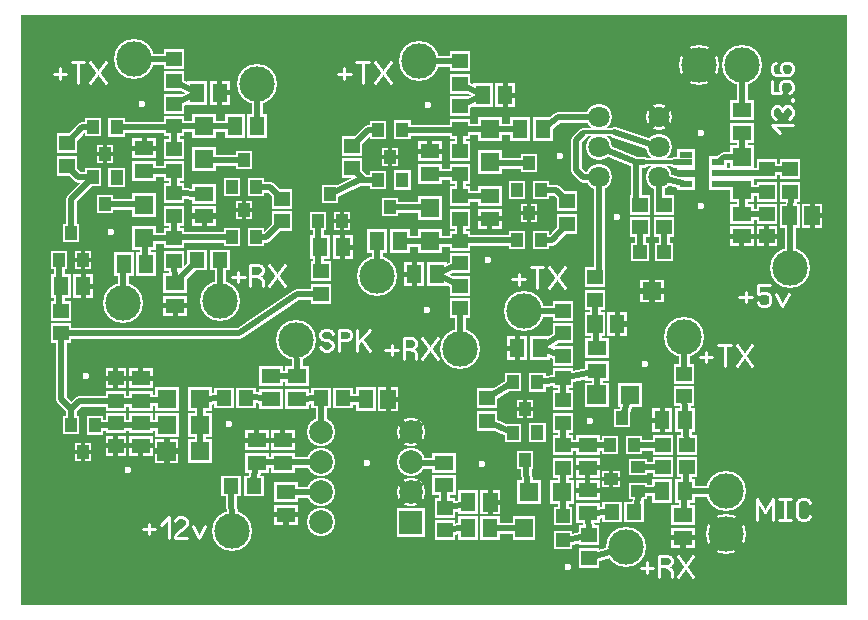
<source format=gbr>
%FSLAX34Y34*%
%MOMM*%
%LNCOPPER_TOP*%
G71*
G01*
%ADD10R, 1.800X1.700*%
%ADD11R, 1.700X1.800*%
%ADD12C, 0.900*%
%ADD13R, 2.000X1.700*%
%ADD14R, 1.700X2.000*%
%ADD15R, 2.000X2.000*%
%ADD16R, 1.420X1.620*%
%ADD17C, 3.400*%
%ADD18C, 2.200*%
%ADD19R, 1.500X1.000*%
%ADD20C, 0.700*%
%ADD21R, 1.620X1.420*%
%ADD22R, 1.900X2.000*%
%ADD23R, 1.600X1.600*%
%ADD24C, 0.600*%
%ADD25C, 2.400*%
%ADD26R, 2.000X1.900*%
%ADD27C, 0.222*%
%ADD28C, 0.433*%
%ADD29C, 0.340*%
%ADD30C, 0.600*%
%ADD31C, 1.000*%
%ADD32C, 0.667*%
%ADD33C, 0.533*%
%ADD34C, 0.500*%
%ADD35R, 1.400X1.300*%
%ADD36R, 1.300X1.400*%
%ADD37R, 1.600X1.300*%
%ADD38R, 1.300X1.600*%
%ADD39R, 1.020X1.220*%
%ADD40C, 3.000*%
%ADD41C, 1.800*%
%ADD42R, 1.100X0.600*%
%ADD43C, 0.300*%
%ADD44R, 1.220X1.020*%
%ADD45R, 1.500X1.600*%
%ADD46R, 1.200X1.200*%
%ADD47C, 2.000*%
%ADD48R, 1.600X1.500*%
%LPD*%
G36*
X0Y0D02*
X700000Y0D01*
X700000Y-500000D01*
X0Y-500000D01*
X0Y0D01*
G37*
%LPC*%
X130082Y-37366D02*
G54D10*
D03*
X130082Y-56366D02*
G54D10*
D03*
X130082Y-75366D02*
G54D10*
D03*
X130082Y-94366D02*
G54D10*
D03*
X130082Y-113366D02*
G54D10*
D03*
X130082Y-132366D02*
G54D10*
D03*
X168582Y-207866D02*
G54D11*
D03*
X149582Y-207866D02*
G54D11*
D03*
X130082Y-208366D02*
G54D10*
D03*
X130082Y-189366D02*
G54D10*
D03*
X130082Y-170366D02*
G54D10*
D03*
X130082Y-151366D02*
G54D10*
D03*
G54D12*
X130082Y-56366D02*
X149554Y-65916D01*
X130082Y-75366D01*
G54D12*
X130082Y-94366D02*
X130082Y-113366D01*
G54D12*
X104716Y-132267D02*
X130082Y-132366D01*
X130082Y-151366D01*
X155448Y-151466D01*
G54D12*
X130082Y-170366D02*
X130082Y-189366D01*
G54D12*
X130082Y-208366D02*
X131082Y-227366D01*
X149582Y-207866D01*
X155448Y-151466D02*
G54D13*
D03*
X155449Y-170466D02*
G54D13*
D03*
X104716Y-132267D02*
G54D13*
D03*
X104716Y-113267D02*
G54D13*
D03*
X149554Y-65916D02*
G54D14*
D03*
X168554Y-65915D02*
G54D14*
D03*
X155507Y-94491D02*
G54D15*
D03*
X155507Y-122491D02*
G54D15*
D03*
G54D12*
X130082Y-94366D02*
X181179Y-94366D01*
X189070Y-123041D02*
G54D16*
D03*
X199270Y-145941D02*
G54D16*
D03*
X178870Y-145941D02*
G54D16*
D03*
X221235Y-155826D02*
G54D10*
D03*
X221235Y-174826D02*
G54D10*
D03*
X189070Y-165641D02*
G54D16*
D03*
X199270Y-188541D02*
G54D16*
D03*
X178870Y-188541D02*
G54D16*
D03*
G54D12*
X189070Y-123041D02*
X156057Y-123041D01*
X155507Y-122491D01*
G54D12*
X199270Y-145941D02*
X211351Y-145941D01*
X221235Y-155826D01*
G54D12*
X199270Y-188541D02*
X207916Y-188541D01*
X221235Y-174826D01*
G54D12*
X178870Y-188541D02*
X130907Y-188541D01*
X130082Y-189366D01*
X131082Y-227366D02*
G54D13*
D03*
X131083Y-246366D02*
G54D13*
D03*
X104658Y-189241D02*
G54D15*
D03*
X104658Y-161241D02*
G54D15*
D03*
G54D12*
X130082Y-189366D02*
X104658Y-189241D01*
X106158Y-211241D01*
X71095Y-160691D02*
G54D16*
D03*
X60895Y-137791D02*
G54D16*
D03*
G36*
X74195Y-129691D02*
X88395Y-129691D01*
X88395Y-145891D01*
X74195Y-145891D01*
X74195Y-129691D01*
G37*
X38929Y-127906D02*
G54D10*
D03*
X38929Y-108906D02*
G54D10*
D03*
X71095Y-118091D02*
G54D16*
D03*
X60895Y-95191D02*
G54D16*
D03*
G36*
X74195Y-87091D02*
X88395Y-87091D01*
X88395Y-103291D01*
X74195Y-103291D01*
X74195Y-87091D01*
G37*
G54D12*
X71095Y-160691D02*
X104108Y-160691D01*
X104658Y-161241D01*
G54D12*
X60895Y-137791D02*
X48814Y-137791D01*
X38930Y-127906D01*
G54D12*
X60895Y-95191D02*
X52248Y-95191D01*
X38930Y-108906D01*
G54D12*
X81295Y-95191D02*
X129258Y-95191D01*
X130082Y-94366D01*
X181179Y-94366D02*
G54D14*
D03*
X200179Y-94366D02*
G54D14*
D03*
X87158Y-211241D02*
G54D14*
D03*
X106158Y-211241D02*
G54D14*
D03*
X86847Y-243716D02*
G54D17*
D03*
G54D12*
X86848Y-243716D02*
X86386Y-212012D01*
X87158Y-211241D01*
X371740Y-39575D02*
G54D10*
D03*
X371740Y-58575D02*
G54D10*
D03*
X371740Y-77575D02*
G54D10*
D03*
X371740Y-96575D02*
G54D10*
D03*
X371740Y-115575D02*
G54D10*
D03*
X371740Y-134575D02*
G54D10*
D03*
X371740Y-248575D02*
G54D10*
D03*
X371740Y-229575D02*
G54D10*
D03*
X371740Y-210575D02*
G54D10*
D03*
X371740Y-191575D02*
G54D10*
D03*
X371740Y-172575D02*
G54D10*
D03*
X371740Y-153575D02*
G54D10*
D03*
G54D12*
X371740Y-58575D02*
X391212Y-68125D01*
X371740Y-77575D01*
G54D12*
X371740Y-96575D02*
X371740Y-115575D01*
G54D12*
X346374Y-134476D02*
X371740Y-134575D01*
X371740Y-153575D01*
X397106Y-153676D01*
G54D12*
X371740Y-172575D02*
X371740Y-191575D01*
G54D12*
X371740Y-210575D02*
X352240Y-219963D01*
X371740Y-229575D01*
X397106Y-153676D02*
G54D13*
D03*
X397106Y-172676D02*
G54D13*
D03*
X346374Y-134476D02*
G54D13*
D03*
X346374Y-115476D02*
G54D13*
D03*
X391212Y-68125D02*
G54D14*
D03*
X410212Y-68124D02*
G54D14*
D03*
X397165Y-96700D02*
G54D15*
D03*
X397165Y-124701D02*
G54D15*
D03*
G54D12*
X371740Y-96575D02*
X422837Y-96575D01*
X430727Y-125251D02*
G54D16*
D03*
X440927Y-148151D02*
G54D16*
D03*
X420527Y-148151D02*
G54D16*
D03*
X430728Y-167850D02*
G54D16*
D03*
X440927Y-190751D02*
G54D16*
D03*
X420527Y-190751D02*
G54D16*
D03*
G54D12*
X430728Y-125251D02*
X397715Y-125251D01*
X397165Y-124701D01*
G54D12*
X440928Y-148151D02*
X453009Y-148151D01*
X462893Y-158035D01*
G54D12*
X440928Y-190751D02*
X449574Y-190751D01*
X462893Y-177035D01*
G54D12*
X420527Y-190751D02*
X372565Y-190751D01*
X371740Y-191575D01*
X352240Y-219963D02*
G54D14*
D03*
X333240Y-219963D02*
G54D14*
D03*
X346315Y-191450D02*
G54D15*
D03*
X346315Y-163450D02*
G54D15*
D03*
G54D12*
X371740Y-191575D02*
X321040Y-191575D01*
X312753Y-162900D02*
G54D16*
D03*
X302553Y-140000D02*
G54D16*
D03*
G36*
X315853Y-131900D02*
X330053Y-131900D01*
X330053Y-148100D01*
X315853Y-148100D01*
X315853Y-131900D01*
G37*
X280587Y-130116D02*
G54D10*
D03*
X280587Y-111116D02*
G54D10*
D03*
X312753Y-120300D02*
G54D16*
D03*
X302553Y-97400D02*
G54D16*
D03*
G36*
X315853Y-89300D02*
X330053Y-89300D01*
X330053Y-105500D01*
X315853Y-105500D01*
X315853Y-89300D01*
G37*
G54D12*
X312753Y-162900D02*
X345765Y-162900D01*
X346315Y-163450D01*
G54D12*
X302553Y-140000D02*
X290472Y-140000D01*
X280587Y-130116D01*
G54D12*
X302553Y-97400D02*
X293906Y-97400D01*
X280587Y-111116D01*
G54D12*
X322953Y-97400D02*
X370915Y-97400D01*
X371740Y-96575D01*
X422837Y-96575D02*
G54D14*
D03*
X441837Y-96575D02*
G54D14*
D03*
X302040Y-191575D02*
G54D14*
D03*
X321040Y-191575D02*
G54D14*
D03*
X462893Y-158035D02*
G54D10*
D03*
X462893Y-177035D02*
G54D10*
D03*
X489731Y-111796D02*
G54D18*
D03*
X489731Y-86396D02*
G54D18*
D03*
X540531Y-86396D02*
G54D18*
D03*
X540531Y-111796D02*
G54D18*
D03*
X489731Y-137196D02*
G54D18*
D03*
X563679Y-125155D02*
G54D19*
D03*
X590679Y-125155D02*
G54D19*
D03*
X563678Y-134154D02*
G54D19*
D03*
X590679Y-134155D02*
G54D19*
D03*
X563679Y-143155D02*
G54D19*
D03*
X590679Y-143155D02*
G54D19*
D03*
X563679Y-119202D02*
G54D19*
D03*
G54D12*
X563679Y-143155D02*
X540531Y-137196D01*
G54D20*
X553360Y-124502D02*
X527428Y-124502D01*
G54D12*
X520700Y-124619D02*
X489731Y-111796D01*
G54D12*
X553244Y-124619D02*
X559991Y-124619D01*
G54D20*
X502560Y-99102D02*
X476628Y-99102D01*
X631619Y-130783D02*
G54D10*
D03*
X631620Y-149783D02*
G54D10*
D03*
X610619Y-168783D02*
G54D13*
D03*
X610620Y-187783D02*
G54D13*
D03*
X651620Y-130783D02*
G54D10*
D03*
X651620Y-149783D02*
G54D10*
D03*
X631619Y-168783D02*
G54D10*
D03*
X631620Y-187783D02*
G54D10*
D03*
X610619Y-120283D02*
G54D15*
D03*
X610620Y-148283D02*
G54D15*
D03*
G36*
X642619Y-160283D02*
X659619Y-160283D01*
X659620Y-180283D01*
X642620Y-180283D01*
X642619Y-160283D01*
G37*
G36*
X661619Y-160283D02*
X678619Y-160283D01*
X678619Y-180283D01*
X661619Y-180283D01*
X661619Y-160283D01*
G37*
X610619Y-80783D02*
G54D13*
D03*
X610619Y-99783D02*
G54D13*
D03*
G54D12*
X590679Y-134155D02*
X625872Y-134144D01*
X631619Y-130783D01*
X651619Y-130783D01*
G54D12*
X590679Y-143155D02*
X605491Y-143155D01*
X610619Y-148283D01*
X630120Y-148283D01*
X631619Y-149783D01*
G54D12*
X610619Y-148283D02*
X610619Y-168783D01*
X631620Y-168783D01*
G54D12*
X651811Y-149697D02*
X651205Y-170440D01*
X651272Y-214312D01*
G54D12*
X610619Y-120283D02*
X610619Y-99783D01*
G54D12*
X610619Y-120283D02*
X595550Y-120283D01*
X590679Y-125155D01*
X651272Y-214312D02*
G54D17*
D03*
G54D12*
X610619Y-80783D02*
X610533Y-42264D01*
X610533Y-42264D02*
G54D17*
D03*
X574526Y-42411D02*
G54D17*
D03*
X301557Y-221490D02*
G54D17*
D03*
X200354Y-58772D02*
G54D17*
D03*
G36*
X477692Y-251934D02*
X494692Y-251934D01*
X494692Y-271934D01*
X477692Y-271934D01*
X477692Y-251934D01*
G37*
X505192Y-261934D02*
G54D14*
D03*
X459092Y-250634D02*
G54D10*
D03*
X459092Y-269634D02*
G54D10*
D03*
X459092Y-288634D02*
G54D10*
D03*
X459092Y-307634D02*
G54D10*
D03*
X459092Y-326634D02*
G54D10*
D03*
X459092Y-345634D02*
G54D10*
D03*
X481092Y-459634D02*
G54D10*
D03*
X481092Y-440634D02*
G54D10*
D03*
X459092Y-383634D02*
G54D10*
D03*
X459092Y-364634D02*
G54D10*
D03*
G54D12*
X459092Y-269634D02*
X439592Y-282422D01*
X459092Y-288634D01*
G54D12*
X459092Y-307634D02*
X459092Y-326634D01*
G54D12*
X459092Y-345634D02*
X459092Y-364634D01*
X480092Y-364634D01*
G54D12*
X500592Y-421134D02*
X480092Y-421634D01*
X481092Y-440634D01*
X459184Y-445294D01*
X480092Y-364634D02*
G54D13*
D03*
X480092Y-383634D02*
G54D13*
D03*
X439592Y-282422D02*
G54D14*
D03*
X420592Y-282422D02*
G54D14*
D03*
G36*
X477692Y-311934D02*
X497692Y-311934D01*
X497692Y-331934D01*
X477692Y-331934D01*
X477692Y-311934D01*
G37*
X515692Y-321934D02*
G54D15*
D03*
G54D12*
X459092Y-307634D02*
X487692Y-301434D01*
X487692Y-321934D01*
X508892Y-341534D02*
G54D16*
D03*
X519092Y-364434D02*
G54D16*
D03*
X498692Y-364434D02*
G54D16*
D03*
X543792Y-363974D02*
G54D10*
D03*
X543792Y-382974D02*
G54D10*
D03*
X499692Y-393334D02*
G54D21*
D03*
X522592Y-383134D02*
G54D21*
D03*
X522592Y-403534D02*
G54D21*
D03*
G54D12*
X508892Y-341534D02*
X516242Y-321384D01*
X515692Y-321934D01*
G54D12*
X519092Y-364434D02*
X543792Y-363974D01*
G54D12*
X522592Y-383134D02*
X543792Y-382974D01*
X480092Y-421634D02*
G54D13*
D03*
X480092Y-402634D02*
G54D13*
D03*
X458092Y-404134D02*
G54D15*
D03*
X430092Y-404134D02*
G54D15*
D03*
G54D12*
X459184Y-424259D02*
X459092Y-383634D01*
X427092Y-376737D02*
G54D16*
D03*
X416892Y-353837D02*
G54D16*
D03*
G36*
X430192Y-345737D02*
X444392Y-345737D01*
X444392Y-361937D01*
X430192Y-361937D01*
X430192Y-345737D01*
G37*
X394926Y-343953D02*
G54D10*
D03*
X394926Y-324953D02*
G54D10*
D03*
X427092Y-334138D02*
G54D16*
D03*
X416892Y-311237D02*
G54D16*
D03*
G36*
X430192Y-303137D02*
X444392Y-303137D01*
X444392Y-319337D01*
X430192Y-319337D01*
X430192Y-303137D01*
G37*
G54D12*
X427092Y-376737D02*
X429542Y-404684D01*
X430092Y-404134D01*
G54D12*
X416892Y-353837D02*
X394926Y-343953D01*
G54D12*
X416892Y-311237D02*
X394926Y-324953D01*
G54D12*
X437292Y-311237D02*
X458267Y-308459D01*
X459092Y-307634D01*
G54D12*
X200179Y-94366D02*
X200179Y-58946D01*
X200354Y-58772D01*
G54D12*
X301557Y-221490D02*
X302040Y-191575D01*
X487692Y-282434D02*
G54D13*
D03*
X487692Y-301434D02*
G54D13*
D03*
G54D12*
X480092Y-364634D02*
X498692Y-364434D01*
X562292Y-403474D02*
G54D14*
D03*
X543292Y-403474D02*
G54D14*
D03*
X500592Y-421134D02*
G54D11*
D03*
X519592Y-421134D02*
G54D11*
D03*
X560792Y-423974D02*
G54D13*
D03*
X560792Y-442974D02*
G54D13*
D03*
G54D12*
X519592Y-421134D02*
X524192Y-405134D01*
X522592Y-403534D01*
X541392Y-401574D01*
X543292Y-403474D01*
G54D12*
X560792Y-423974D02*
X563792Y-382974D01*
X563792Y-363974D02*
G54D10*
D03*
X563792Y-382974D02*
G54D10*
D03*
X562292Y-343474D02*
G54D14*
D03*
X543292Y-343475D02*
G54D14*
D03*
X561792Y-303974D02*
G54D10*
D03*
X561792Y-322974D02*
G54D10*
D03*
G54D12*
X561792Y-322974D02*
X563792Y-363974D01*
X426003Y-250634D02*
G54D17*
D03*
G54D12*
X426003Y-250634D02*
X459092Y-250634D01*
X512266Y-450928D02*
G54D17*
D03*
G54D12*
X512266Y-450928D02*
X481092Y-459634D01*
X425847Y-434578D02*
G54D22*
D03*
X459184Y-444897D02*
G54D23*
D03*
X459184Y-424259D02*
G54D23*
D03*
X397629Y-434832D02*
G54D14*
D03*
X378629Y-434832D02*
G54D14*
D03*
G54D12*
X425847Y-434578D02*
X397883Y-434578D01*
X397629Y-434832D01*
X528241Y-295672D02*
G54D24*
D03*
G54D12*
X597297Y-403622D02*
X562372Y-403622D01*
X597297Y-403622D02*
G54D17*
D03*
X597444Y-439629D02*
G54D17*
D03*
X359129Y-417332D02*
G54D10*
D03*
X359129Y-436332D02*
G54D10*
D03*
X378629Y-412832D02*
G54D14*
D03*
G36*
X389129Y-402832D02*
X406129Y-402831D01*
X406130Y-422831D01*
X389130Y-422832D01*
X389129Y-402832D01*
G37*
G54D12*
X359129Y-436332D02*
X377629Y-433832D01*
X378629Y-434832D01*
G54D12*
X359129Y-417332D02*
X377130Y-414332D01*
X378630Y-412832D01*
X358129Y-398332D02*
G54D13*
D03*
X358129Y-379332D02*
G54D13*
D03*
G36*
X318200Y-441816D02*
X318200Y-417816D01*
X342200Y-417816D01*
X342200Y-441816D01*
X318200Y-441816D01*
G37*
X330200Y-404416D02*
G54D25*
D03*
X330200Y-379016D02*
G54D25*
D03*
X330200Y-353616D02*
G54D25*
D03*
X254000Y-353616D02*
G54D25*
D03*
X254000Y-379016D02*
G54D25*
D03*
X254000Y-404416D02*
G54D25*
D03*
X254000Y-429816D02*
G54D25*
D03*
G54D12*
X358129Y-379332D02*
X330386Y-379202D01*
X330200Y-379016D01*
G54D12*
X358129Y-398332D02*
X358129Y-416332D01*
X359129Y-417332D01*
X292111Y-325519D02*
G54D14*
D03*
G36*
X302611Y-315519D02*
X319611Y-315519D01*
X319611Y-335519D01*
X302611Y-335519D01*
X302611Y-315519D01*
G37*
X273111Y-324519D02*
G54D11*
D03*
X254111Y-324519D02*
G54D11*
D03*
G54D12*
X292111Y-325519D02*
X274111Y-325519D01*
X273111Y-324519D01*
G54D12*
X254111Y-353505D02*
X254111Y-324519D01*
X233611Y-325019D01*
X233610Y-306019D02*
G54D13*
D03*
X233611Y-325019D02*
G54D13*
D03*
G54D12*
X233362Y-275828D02*
X233610Y-306019D01*
X211759Y-306147D01*
X191111Y-324519D02*
G54D11*
D03*
X172111Y-324519D02*
G54D11*
D03*
X211611Y-325020D02*
G54D13*
D03*
X211610Y-306020D02*
G54D13*
D03*
G54D12*
X211611Y-325020D02*
X189611Y-323019D01*
X191111Y-324519D01*
G36*
X113610Y-359520D02*
X133610Y-359519D01*
X133611Y-379519D01*
X113611Y-379520D01*
X113610Y-359520D01*
G37*
X151610Y-369519D02*
G54D15*
D03*
X151611Y-347519D02*
G54D15*
D03*
X123611Y-347519D02*
G54D15*
D03*
X151611Y-325519D02*
G54D15*
D03*
X123611Y-325519D02*
G54D15*
D03*
X101611Y-346019D02*
G54D13*
D03*
X101611Y-365019D02*
G54D13*
D03*
X80611Y-346019D02*
G54D10*
D03*
X80611Y-365019D02*
G54D10*
D03*
X52810Y-370520D02*
G54D16*
D03*
X42611Y-347619D02*
G54D16*
D03*
G36*
X55911Y-339519D02*
X70111Y-339519D01*
X70111Y-355719D01*
X55911Y-355719D01*
X55911Y-339519D01*
G37*
G54D12*
X123611Y-347519D02*
X63011Y-347619D01*
X101611Y-327019D02*
G54D13*
D03*
X101610Y-308019D02*
G54D13*
D03*
X80611Y-327019D02*
G54D10*
D03*
X80610Y-308019D02*
G54D10*
D03*
G54D12*
X101611Y-327019D02*
X49601Y-327019D01*
X42801Y-333819D01*
X42801Y-347429D01*
X42611Y-347619D01*
G54D12*
X123611Y-325519D02*
X101611Y-327019D01*
G54D12*
X172111Y-324519D02*
X151611Y-325519D01*
X151610Y-369519D01*
G54D12*
X487649Y-282478D02*
X486061Y-261840D01*
X486589Y-241247D01*
X486589Y-222247D02*
G54D10*
D03*
X486589Y-241247D02*
G54D10*
D03*
X42347Y-185049D02*
G54D16*
D03*
X52548Y-207950D02*
G54D16*
D03*
X32147Y-207949D02*
G54D16*
D03*
G54D12*
X42347Y-185049D02*
X42347Y-156338D01*
X60895Y-137791D01*
X34547Y-269549D02*
G54D10*
D03*
X34547Y-250549D02*
G54D10*
D03*
G54D12*
X32147Y-207949D02*
X32147Y-248149D01*
X34547Y-250549D01*
G54D12*
X34528Y-269478D02*
X34528Y-325438D01*
X42862Y-333772D01*
G54D12*
X302553Y-140000D02*
X286403Y-140000D01*
X261819Y-151883D01*
G54D12*
X34528Y-269478D02*
X184944Y-269478D01*
X233759Y-236538D01*
X254000Y-236538D01*
G54D12*
X489744Y-86519D02*
X454819Y-86519D01*
X442119Y-96838D01*
X540531Y-137196D02*
G54D18*
D03*
X534420Y-233992D02*
G54D26*
D03*
X544739Y-200655D02*
G54D23*
D03*
X524101Y-200654D02*
G54D23*
D03*
X544594Y-180183D02*
G54D10*
D03*
X544594Y-161183D02*
G54D10*
D03*
X524594Y-180183D02*
G54D10*
D03*
X524594Y-161183D02*
G54D10*
D03*
G54D12*
X524594Y-180183D02*
X524594Y-200162D01*
X524101Y-200654D01*
G54D12*
X544739Y-200655D02*
X544739Y-180329D01*
X544594Y-180183D01*
G54D12*
X540531Y-111796D02*
X502560Y-99102D01*
G54D12*
X489744Y-137319D02*
X476250Y-137319D01*
X470297Y-131366D01*
X470297Y-106362D01*
X476250Y-100409D01*
G54D12*
X489744Y-217884D02*
X489744Y-137319D01*
G54D12*
X540544Y-137319D02*
X540544Y-156369D01*
G54D12*
X520700Y-157162D02*
X520700Y-124619D01*
X527447Y-124619D01*
X95951Y-37366D02*
G54D17*
D03*
G54D12*
X95951Y-37366D02*
X130082Y-37366D01*
X168582Y-241997D02*
G54D17*
D03*
G54D12*
X168582Y-241997D02*
X168582Y-207866D01*
X337609Y-39575D02*
G54D17*
D03*
G54D12*
X337609Y-39575D02*
X371740Y-39575D01*
X371740Y-282707D02*
G54D17*
D03*
G54D12*
X371740Y-282707D02*
X371740Y-248575D01*
X481807Y-343694D02*
G54D24*
D03*
X390922Y-380207D02*
G54D24*
D03*
X463154Y-467519D02*
G54D24*
D03*
X76200Y-184150D02*
G54D24*
D03*
X102791Y-75407D02*
G54D24*
D03*
X345282Y-76200D02*
G54D24*
D03*
X576263Y-100013D02*
G54D24*
D03*
X576263Y-162322D02*
G54D24*
D03*
X456804Y-119460D02*
G54D24*
D03*
X396082Y-207566D02*
G54D24*
D03*
X344091Y-250429D02*
G54D24*
D03*
X505222Y-171054D02*
G54D24*
D03*
X224617Y-404523D02*
G54D13*
D03*
X224617Y-423523D02*
G54D13*
D03*
G54D12*
X254000Y-404416D02*
X224617Y-404523D01*
X221839Y-379173D02*
G54D13*
D03*
X221839Y-360173D02*
G54D13*
D03*
X199839Y-379173D02*
G54D13*
D03*
X199839Y-360173D02*
G54D13*
D03*
X197370Y-398673D02*
G54D11*
D03*
X178370Y-398673D02*
G54D11*
D03*
X178595Y-437310D02*
G54D17*
D03*
G54D12*
X178595Y-437310D02*
X178370Y-398673D01*
G54D12*
X254000Y-379016D02*
X199996Y-379016D01*
X199839Y-379173D01*
X195870Y-397173D01*
X197370Y-398673D01*
X176610Y-346472D02*
G54D24*
D03*
X292894Y-379413D02*
G54D24*
D03*
X55166Y-305594D02*
G54D24*
D03*
X561975Y-273050D02*
G54D17*
D03*
G54D12*
X561975Y-273050D02*
X561975Y-304006D01*
G54D27*
X27791Y-49991D02*
X38458Y-49991D01*
G54D27*
X33124Y-45546D02*
X33124Y-54435D01*
G54D27*
X48680Y-57768D02*
X48680Y-39991D01*
G54D27*
X43347Y-39991D02*
X54014Y-39991D01*
G54D27*
X58903Y-39991D02*
X72236Y-57768D01*
G54D27*
X58903Y-57768D02*
X72236Y-39991D01*
G54D27*
X268694Y-49991D02*
X279361Y-49991D01*
G54D27*
X274028Y-45546D02*
X274028Y-54435D01*
G54D27*
X289584Y-57768D02*
X289584Y-39991D01*
G54D27*
X284250Y-39991D02*
X294917Y-39991D01*
G54D27*
X299806Y-39991D02*
X313140Y-57768D01*
G54D27*
X299806Y-57768D02*
X313140Y-39991D01*
G54D27*
X575028Y-289910D02*
X585695Y-289910D01*
G54D27*
X580361Y-285465D02*
X580361Y-294354D01*
G54D27*
X595917Y-297688D02*
X595917Y-279910D01*
G54D27*
X590584Y-279910D02*
X601251Y-279910D01*
G54D27*
X606140Y-279910D02*
X619473Y-297688D01*
G54D27*
X606140Y-297688D02*
X619473Y-279910D01*
G54D27*
X416278Y-224028D02*
X426945Y-224028D01*
G54D27*
X421611Y-219584D02*
X421611Y-228473D01*
G54D27*
X437167Y-231806D02*
X437167Y-214028D01*
G54D27*
X431834Y-214028D02*
X442501Y-214028D01*
G54D27*
X447390Y-214028D02*
X460723Y-231806D01*
G54D27*
X447390Y-231806D02*
X460723Y-214028D01*
G54D27*
X623447Y-427862D02*
X623447Y-410085D01*
X630114Y-421196D01*
X636780Y-410085D01*
X636780Y-427862D01*
G54D27*
X641669Y-427862D02*
X652336Y-427862D01*
G54D27*
X647002Y-427862D02*
X647002Y-410085D01*
G54D27*
X641669Y-410085D02*
X652336Y-410085D01*
G54D27*
X667892Y-424529D02*
X666558Y-426751D01*
X663892Y-427862D01*
X661225Y-427862D01*
X658558Y-426751D01*
X657225Y-424529D01*
X657225Y-413418D01*
X658558Y-411196D01*
X661225Y-410085D01*
X663892Y-410085D01*
X666558Y-411196D01*
X667892Y-413418D01*
G54D27*
X308725Y-283957D02*
X319392Y-283957D01*
G54D27*
X314058Y-279512D02*
X314058Y-288401D01*
G54D27*
X329614Y-282846D02*
X333614Y-285068D01*
X334948Y-287290D01*
X334948Y-291734D01*
G54D27*
X324281Y-291734D02*
X324281Y-273957D01*
X330948Y-273957D01*
X333614Y-275068D01*
X334948Y-277290D01*
X334948Y-279512D01*
X333614Y-281734D01*
X330948Y-282846D01*
X324281Y-282846D01*
G54D27*
X339837Y-273957D02*
X353170Y-291734D01*
G54D27*
X339837Y-291734D02*
X353170Y-273957D01*
G54D27*
X178947Y-222044D02*
X189613Y-222044D01*
G54D27*
X184280Y-217600D02*
X184280Y-226488D01*
G54D27*
X199836Y-220933D02*
X203836Y-223155D01*
X205169Y-225377D01*
X205169Y-229822D01*
G54D27*
X194503Y-229822D02*
X194503Y-212044D01*
X201169Y-212044D01*
X203836Y-213155D01*
X205169Y-215377D01*
X205169Y-217600D01*
X203836Y-219822D01*
X201169Y-220933D01*
X194503Y-220933D01*
G54D27*
X210059Y-212044D02*
X223392Y-229822D01*
G54D27*
X210059Y-229822D02*
X223392Y-212044D01*
G54D27*
X525022Y-468107D02*
X535688Y-468107D01*
G54D27*
X530355Y-463662D02*
X530355Y-472551D01*
G54D27*
X545911Y-466996D02*
X549911Y-469218D01*
X551244Y-471440D01*
X551244Y-475884D01*
G54D27*
X540578Y-475884D02*
X540578Y-458107D01*
X547244Y-458107D01*
X549911Y-459218D01*
X551244Y-461440D01*
X551244Y-463662D01*
X549911Y-465884D01*
X547244Y-466996D01*
X540578Y-466996D01*
G54D27*
X556134Y-458107D02*
X569467Y-475884D01*
G54D27*
X556134Y-475884D02*
X569467Y-458107D01*
G54D27*
X103144Y-435563D02*
X113810Y-435563D01*
G54D27*
X108477Y-431118D02*
X108477Y-440007D01*
G54D27*
X118700Y-432230D02*
X125366Y-425563D01*
X125366Y-443341D01*
G54D27*
X140922Y-443341D02*
X130256Y-443341D01*
X130256Y-442230D01*
X131589Y-440007D01*
X139589Y-433341D01*
X140922Y-431118D01*
X140922Y-428896D01*
X139589Y-426674D01*
X136922Y-425563D01*
X134256Y-425563D01*
X131589Y-426674D01*
X130256Y-428896D01*
G54D27*
X145812Y-433341D02*
X151145Y-443341D01*
X156478Y-433341D01*
G54D27*
X608366Y-239110D02*
X619032Y-239110D01*
G54D27*
X613699Y-234665D02*
X613699Y-243554D01*
G54D27*
X634588Y-229110D02*
X623922Y-229110D01*
X623922Y-236888D01*
X625255Y-236888D01*
X627922Y-235776D01*
X630588Y-235776D01*
X633255Y-236888D01*
X634588Y-239110D01*
X634588Y-243554D01*
X633255Y-245776D01*
X630588Y-246888D01*
X627922Y-246888D01*
X625255Y-245776D01*
X623922Y-243554D01*
G54D27*
X639478Y-236888D02*
X644811Y-246888D01*
X650144Y-236888D01*
X233362Y-275828D02*
G54D17*
D03*
G54D27*
X253559Y-281257D02*
X254893Y-283480D01*
X257559Y-284591D01*
X260226Y-284591D01*
X262893Y-283480D01*
X264226Y-281257D01*
X264226Y-279035D01*
X262893Y-276813D01*
X260226Y-275702D01*
X257559Y-275702D01*
X254893Y-274591D01*
X253559Y-272368D01*
X253559Y-270146D01*
X254893Y-267924D01*
X257559Y-266813D01*
X260226Y-266813D01*
X262893Y-267924D01*
X264226Y-270146D01*
G54D27*
X269115Y-284591D02*
X269115Y-266813D01*
X275782Y-266813D01*
X278449Y-267924D01*
X279782Y-270146D01*
X279782Y-272368D01*
X278449Y-274591D01*
X275782Y-275702D01*
X269115Y-275702D01*
G54D27*
X284671Y-284591D02*
X284671Y-266813D01*
G54D27*
X284671Y-279035D02*
X295338Y-266813D01*
G54D27*
X288671Y-275702D02*
X295338Y-284591D01*
G54D27*
X642554Y-99784D02*
X635888Y-93118D01*
X653665Y-93118D01*
G54D27*
X639221Y-88228D02*
X636999Y-86895D01*
X635888Y-84228D01*
X635888Y-81562D01*
X636999Y-78895D01*
X639221Y-77562D01*
X641443Y-77562D01*
X643665Y-78895D01*
X644777Y-81562D01*
X645888Y-78895D01*
X648110Y-77562D01*
X650332Y-77562D01*
X652554Y-78895D01*
X653665Y-81562D01*
X653665Y-84228D01*
X652554Y-86895D01*
X650332Y-88228D01*
G54D27*
X653665Y-71606D02*
X653665Y-72672D01*
X652777Y-72672D01*
X652777Y-71606D01*
X653665Y-71606D01*
X653665Y-72672D01*
G54D27*
X635888Y-56050D02*
X635888Y-66716D01*
X643665Y-66716D01*
X643665Y-65383D01*
X642554Y-62716D01*
X642554Y-60050D01*
X643665Y-57383D01*
X645888Y-56050D01*
X650332Y-56050D01*
X652554Y-57383D01*
X653665Y-60050D01*
X653665Y-62716D01*
X652554Y-65383D01*
X650332Y-66716D01*
G54D27*
X639221Y-40494D02*
X636999Y-41827D01*
X635888Y-44494D01*
X635888Y-47160D01*
X636999Y-49827D01*
X639221Y-51160D01*
X644777Y-51160D01*
X645888Y-51160D01*
X643665Y-47160D01*
X643665Y-44494D01*
X644777Y-41827D01*
X646999Y-40494D01*
X650332Y-40494D01*
X652554Y-41827D01*
X653665Y-44494D01*
X653665Y-47160D01*
X652554Y-49827D01*
X650332Y-51160D01*
X644777Y-51160D01*
X90488Y-385763D02*
G54D24*
D03*
X34047Y-230049D02*
G54D14*
D03*
X53047Y-230049D02*
G54D14*
D03*
X261819Y-151883D02*
G54D16*
D03*
X272020Y-174784D02*
G54D16*
D03*
X251619Y-174783D02*
G54D16*
D03*
X254019Y-236383D02*
G54D10*
D03*
X254019Y-217383D02*
G54D10*
D03*
G54D12*
X251619Y-174783D02*
X251619Y-214983D01*
X254019Y-217383D01*
X253519Y-196883D02*
G54D14*
D03*
X272519Y-196883D02*
G54D14*
D03*
%LPD*%
G54D28*
G36*
X155449Y-168300D02*
X165949Y-168300D01*
X165949Y-172633D01*
X155449Y-172633D01*
X155449Y-168300D01*
G37*
G36*
X157615Y-170466D02*
X157615Y-179466D01*
X153282Y-179466D01*
X153282Y-170466D01*
X157615Y-170466D01*
G37*
G36*
X155449Y-172633D02*
X144949Y-172633D01*
X144949Y-168300D01*
X155449Y-168300D01*
X155449Y-172633D01*
G37*
G54D28*
G36*
X104716Y-115433D02*
X94216Y-115433D01*
X94216Y-111100D01*
X104716Y-111100D01*
X104716Y-115433D01*
G37*
G36*
X102550Y-113267D02*
X102550Y-104267D01*
X106883Y-104267D01*
X106883Y-113267D01*
X102550Y-113267D01*
G37*
G36*
X104716Y-111100D02*
X115216Y-111100D01*
X115216Y-115433D01*
X104716Y-115433D01*
X104716Y-111100D01*
G37*
G54D28*
G36*
X166387Y-65915D02*
X166387Y-55415D01*
X170720Y-55415D01*
X170720Y-65915D01*
X166387Y-65915D01*
G37*
G36*
X168554Y-63749D02*
X177554Y-63749D01*
X177554Y-68082D01*
X168554Y-68082D01*
X168554Y-63749D01*
G37*
G36*
X170720Y-65915D02*
X170720Y-76415D01*
X166387Y-76415D01*
X166387Y-65915D01*
X170720Y-65915D01*
G37*
G54D29*
G36*
X190770Y-165641D02*
X190770Y-174241D01*
X187370Y-174241D01*
X187370Y-165641D01*
X190770Y-165641D01*
G37*
G36*
X189070Y-167341D02*
X181470Y-167341D01*
X181470Y-163941D01*
X189070Y-163941D01*
X189070Y-167341D01*
G37*
G36*
X187370Y-165641D02*
X187370Y-157041D01*
X190770Y-157041D01*
X190770Y-165641D01*
X187370Y-165641D01*
G37*
G36*
X189070Y-163941D02*
X196670Y-163941D01*
X196670Y-167341D01*
X189070Y-167341D01*
X189070Y-163941D01*
G37*
G54D28*
G36*
X131083Y-244200D02*
X141583Y-244200D01*
X141583Y-248532D01*
X131083Y-248532D01*
X131083Y-244200D01*
G37*
G36*
X133249Y-246366D02*
X133249Y-255366D01*
X128916Y-255366D01*
X128916Y-246366D01*
X133249Y-246366D01*
G37*
G36*
X131083Y-248532D02*
X120583Y-248532D01*
X120583Y-244200D01*
X131083Y-244200D01*
X131083Y-248532D01*
G37*
G54D29*
G36*
X69395Y-118091D02*
X69395Y-109491D01*
X72795Y-109491D01*
X72795Y-118091D01*
X69395Y-118091D01*
G37*
G36*
X71095Y-116391D02*
X78695Y-116391D01*
X78695Y-119791D01*
X71095Y-119791D01*
X71095Y-116391D01*
G37*
G36*
X72795Y-118091D02*
X72795Y-126691D01*
X69395Y-126691D01*
X69395Y-118091D01*
X72795Y-118091D01*
G37*
G36*
X71095Y-119791D02*
X63495Y-119791D01*
X63495Y-116391D01*
X71095Y-116391D01*
X71095Y-119791D01*
G37*
G54D28*
G36*
X397106Y-170509D02*
X407606Y-170509D01*
X407606Y-174842D01*
X397106Y-174842D01*
X397106Y-170509D01*
G37*
G36*
X399273Y-172676D02*
X399273Y-181676D01*
X394940Y-181676D01*
X394940Y-172676D01*
X399273Y-172676D01*
G37*
G36*
X397106Y-174842D02*
X386606Y-174842D01*
X386606Y-170509D01*
X397106Y-170509D01*
X397106Y-174842D01*
G37*
G54D28*
G36*
X346374Y-117643D02*
X335874Y-117642D01*
X335874Y-113310D01*
X346374Y-113310D01*
X346374Y-117643D01*
G37*
G36*
X344207Y-115476D02*
X344207Y-106476D01*
X348540Y-106476D01*
X348540Y-115476D01*
X344207Y-115476D01*
G37*
G36*
X346374Y-113310D02*
X356874Y-113310D01*
X356874Y-117643D01*
X346374Y-117643D01*
X346374Y-113310D01*
G37*
G54D28*
G36*
X408045Y-68124D02*
X408045Y-57624D01*
X412378Y-57624D01*
X412378Y-68124D01*
X408045Y-68124D01*
G37*
G36*
X410212Y-65958D02*
X419212Y-65958D01*
X419212Y-70291D01*
X410212Y-70291D01*
X410212Y-65958D01*
G37*
G36*
X412378Y-68124D02*
X412378Y-78624D01*
X408045Y-78624D01*
X408045Y-68124D01*
X412378Y-68124D01*
G37*
G54D29*
G36*
X432428Y-167850D02*
X432428Y-176450D01*
X429028Y-176450D01*
X429028Y-167850D01*
X432428Y-167850D01*
G37*
G36*
X430728Y-169550D02*
X423128Y-169550D01*
X423128Y-166150D01*
X430728Y-166150D01*
X430728Y-169550D01*
G37*
G36*
X429028Y-167850D02*
X429028Y-159250D01*
X432428Y-159250D01*
X432428Y-167850D01*
X429028Y-167850D01*
G37*
G36*
X430728Y-166150D02*
X438328Y-166150D01*
X438328Y-169550D01*
X430728Y-169550D01*
X430728Y-166150D01*
G37*
G54D28*
G36*
X335407Y-219963D02*
X335407Y-230463D01*
X331074Y-230463D01*
X331074Y-219963D01*
X335407Y-219963D01*
G37*
G36*
X333240Y-222130D02*
X324240Y-222130D01*
X324240Y-217797D01*
X333240Y-217797D01*
X333240Y-222130D01*
G37*
G36*
X331074Y-219963D02*
X331074Y-209463D01*
X335407Y-209463D01*
X335407Y-219963D01*
X331074Y-219963D01*
G37*
G54D29*
G36*
X311053Y-120300D02*
X311053Y-111700D01*
X314453Y-111700D01*
X314453Y-120300D01*
X311053Y-120300D01*
G37*
G36*
X312753Y-118600D02*
X320353Y-118600D01*
X320353Y-122000D01*
X312753Y-122000D01*
X312753Y-118600D01*
G37*
G36*
X314453Y-120300D02*
X314453Y-128900D01*
X311053Y-128900D01*
X311053Y-120300D01*
X314453Y-120300D01*
G37*
G36*
X312753Y-122000D02*
X305153Y-122000D01*
X305153Y-118600D01*
X312753Y-118600D01*
X312753Y-122000D01*
G37*
G54D30*
G36*
X538410Y-88517D02*
X530278Y-80385D01*
X534521Y-76143D01*
X542652Y-84274D01*
X538410Y-88517D01*
G37*
G36*
X538410Y-84274D02*
X546541Y-76143D01*
X550784Y-80385D01*
X542652Y-88517D01*
X538410Y-84274D01*
G37*
G36*
X542652Y-84274D02*
X550784Y-92406D01*
X546541Y-96649D01*
X538410Y-88517D01*
X542652Y-84274D01*
G37*
G36*
X542652Y-88517D02*
X534521Y-96649D01*
X530278Y-92406D01*
X538410Y-84274D01*
X542652Y-88517D01*
G37*
G54D30*
G36*
X563678Y-131154D02*
X571678Y-131155D01*
X571678Y-137155D01*
X563678Y-137154D01*
X563678Y-131154D01*
G37*
G36*
X563678Y-137154D02*
X555678Y-137154D01*
X555678Y-131154D01*
X563678Y-131154D01*
X563678Y-137154D01*
G37*
G54D28*
G36*
X610620Y-185616D02*
X621120Y-185617D01*
X621120Y-189950D01*
X610620Y-189950D01*
X610620Y-185616D01*
G37*
G36*
X612786Y-187783D02*
X612786Y-196783D01*
X608453Y-196783D01*
X608453Y-187783D01*
X612786Y-187783D01*
G37*
G36*
X610620Y-189950D02*
X600120Y-189949D01*
X600120Y-185616D01*
X610620Y-185616D01*
X610620Y-189950D01*
G37*
G54D28*
G36*
X631620Y-185617D02*
X641120Y-185617D01*
X641120Y-189950D01*
X631620Y-189950D01*
X631620Y-185617D01*
G37*
G36*
X633786Y-187783D02*
X633786Y-196783D01*
X629453Y-196783D01*
X629453Y-187783D01*
X633786Y-187783D01*
G37*
G36*
X631620Y-189950D02*
X622120Y-189950D01*
X622120Y-185617D01*
X631620Y-185617D01*
X631620Y-189950D01*
G37*
G36*
X629453Y-187783D02*
X629453Y-178783D01*
X633786Y-178783D01*
X633786Y-187783D01*
X629453Y-187783D01*
G37*
G54D28*
G36*
X667953Y-170283D02*
X667953Y-159783D01*
X672286Y-159783D01*
X672286Y-170283D01*
X667953Y-170283D01*
G37*
G36*
X670119Y-168116D02*
X679119Y-168116D01*
X679119Y-172449D01*
X670119Y-172449D01*
X670119Y-168116D01*
G37*
G36*
X672286Y-170283D02*
X672286Y-180783D01*
X667953Y-180783D01*
X667953Y-170283D01*
X672286Y-170283D01*
G37*
G54D31*
G36*
X578062Y-45947D02*
X565688Y-58321D01*
X558617Y-51250D01*
X570991Y-38875D01*
X578062Y-45947D01*
G37*
G36*
X570991Y-45947D02*
X558617Y-33572D01*
X565688Y-26501D01*
X578062Y-38875D01*
X570991Y-45947D01*
G37*
G36*
X570991Y-38875D02*
X583365Y-26501D01*
X590436Y-33572D01*
X578062Y-45947D01*
X570991Y-38875D01*
G37*
G36*
X578062Y-38875D02*
X590436Y-51250D01*
X583365Y-58321D01*
X570991Y-45947D01*
X578062Y-38875D01*
G37*
G54D28*
G36*
X503025Y-261934D02*
X503025Y-251434D01*
X507358Y-251434D01*
X507358Y-261934D01*
X503025Y-261934D01*
G37*
G36*
X505192Y-259767D02*
X514192Y-259768D01*
X514192Y-264101D01*
X505192Y-264100D01*
X505192Y-259767D01*
G37*
G36*
X507358Y-261934D02*
X507358Y-272434D01*
X503025Y-272434D01*
X503025Y-261934D01*
X507358Y-261934D01*
G37*
G54D28*
G36*
X480092Y-381468D02*
X490592Y-381468D01*
X490592Y-385801D01*
X480092Y-385801D01*
X480092Y-381468D01*
G37*
G36*
X482259Y-383634D02*
X482259Y-392634D01*
X477926Y-392634D01*
X477926Y-383634D01*
X482259Y-383634D01*
G37*
G36*
X480092Y-385801D02*
X469592Y-385801D01*
X469592Y-381468D01*
X480092Y-381468D01*
X480092Y-385801D01*
G37*
G54D28*
G36*
X422758Y-282422D02*
X422758Y-292922D01*
X418425Y-292922D01*
X418425Y-282422D01*
X422758Y-282422D01*
G37*
G36*
X420592Y-284589D02*
X411592Y-284589D01*
X411592Y-280256D01*
X420592Y-280256D01*
X420592Y-284589D01*
G37*
G36*
X418425Y-282422D02*
X418425Y-271922D01*
X422758Y-271922D01*
X422758Y-282422D01*
X418425Y-282422D01*
G37*
G54D29*
G36*
X499692Y-391634D02*
X508292Y-391634D01*
X508292Y-395034D01*
X499692Y-395034D01*
X499692Y-391634D01*
G37*
G36*
X501392Y-393334D02*
X501392Y-400934D01*
X497992Y-400934D01*
X497992Y-393334D01*
X501392Y-393334D01*
G37*
G36*
X499692Y-395034D02*
X491092Y-395034D01*
X491092Y-391634D01*
X499692Y-391634D01*
X499692Y-395034D01*
G37*
G36*
X497992Y-393334D02*
X497992Y-385734D01*
X501392Y-385734D01*
X501392Y-393334D01*
X497992Y-393334D01*
G37*
G54D28*
G36*
X480092Y-404801D02*
X469592Y-404801D01*
X469592Y-400468D01*
X480092Y-400468D01*
X480092Y-404801D01*
G37*
G36*
X477925Y-402634D02*
X477925Y-393634D01*
X482258Y-393634D01*
X482258Y-402634D01*
X477925Y-402634D01*
G37*
G36*
X480092Y-400468D02*
X490592Y-400468D01*
X490592Y-404801D01*
X480092Y-404801D01*
X480092Y-400468D01*
G37*
G54D29*
G36*
X425392Y-334138D02*
X425392Y-325538D01*
X428792Y-325538D01*
X428792Y-334138D01*
X425392Y-334138D01*
G37*
G36*
X427092Y-332438D02*
X434692Y-332438D01*
X434692Y-335838D01*
X427092Y-335838D01*
X427092Y-332438D01*
G37*
G36*
X428792Y-334138D02*
X428792Y-342738D01*
X425392Y-342738D01*
X425392Y-334138D01*
X428792Y-334138D01*
G37*
G36*
X427092Y-335838D02*
X419492Y-335837D01*
X419492Y-332437D01*
X427092Y-332438D01*
X427092Y-335838D01*
G37*
G54D28*
G36*
X560792Y-440808D02*
X571292Y-440808D01*
X571292Y-445141D01*
X560792Y-445141D01*
X560792Y-440808D01*
G37*
G36*
X562958Y-442974D02*
X562958Y-451974D01*
X558625Y-451974D01*
X558625Y-442974D01*
X562958Y-442974D01*
G37*
G36*
X560792Y-445141D02*
X550292Y-445141D01*
X550292Y-440808D01*
X560792Y-440808D01*
X560792Y-445141D01*
G37*
G54D28*
G36*
X545458Y-343475D02*
X545458Y-353975D01*
X541125Y-353975D01*
X541125Y-343475D01*
X545458Y-343475D01*
G37*
G36*
X543292Y-345642D02*
X534292Y-345641D01*
X534292Y-341308D01*
X543292Y-341308D01*
X543292Y-345642D01*
G37*
G36*
X541125Y-343475D02*
X541126Y-332975D01*
X545459Y-332975D01*
X545458Y-343475D01*
X541125Y-343475D01*
G37*
G54D31*
G36*
X600979Y-436093D02*
X613354Y-448468D01*
X606283Y-455539D01*
X593908Y-443164D01*
X600979Y-436093D01*
G37*
G36*
X600979Y-443164D02*
X588605Y-455539D01*
X581534Y-448468D01*
X593908Y-436093D01*
X600979Y-443164D01*
G37*
G36*
X593908Y-443164D02*
X581534Y-430790D01*
X588605Y-423719D01*
X600979Y-436093D01*
X593908Y-443164D01*
G37*
G36*
X593908Y-436093D02*
X606283Y-423719D01*
X613354Y-430790D01*
X600979Y-443164D01*
X593908Y-436093D01*
G37*
G54D28*
G36*
X395463Y-412832D02*
X395463Y-402332D01*
X399796Y-402332D01*
X399796Y-412832D01*
X395463Y-412832D01*
G37*
G36*
X397629Y-410665D02*
X406629Y-410665D01*
X406630Y-414998D01*
X397630Y-414998D01*
X397629Y-410665D01*
G37*
G36*
X399796Y-412832D02*
X399796Y-423332D01*
X395463Y-423332D01*
X395463Y-412832D01*
X399796Y-412832D01*
G37*
G54D32*
G36*
X327843Y-406773D02*
X319004Y-397934D01*
X323718Y-393220D01*
X332557Y-402059D01*
X327843Y-406773D01*
G37*
G36*
X327843Y-402059D02*
X336682Y-393220D01*
X341396Y-397934D01*
X332557Y-406773D01*
X327843Y-402059D01*
G37*
G36*
X332557Y-402059D02*
X341396Y-410898D01*
X336682Y-415612D01*
X327843Y-406773D01*
X332557Y-402059D01*
G37*
G36*
X332557Y-406773D02*
X323718Y-415612D01*
X319004Y-410898D01*
X327843Y-402059D01*
X332557Y-406773D01*
G37*
G54D32*
G36*
X327843Y-355973D02*
X319004Y-347134D01*
X323718Y-342420D01*
X332557Y-351259D01*
X327843Y-355973D01*
G37*
G36*
X327843Y-351259D02*
X336681Y-342420D01*
X341395Y-347134D01*
X332557Y-355973D01*
X327843Y-351259D01*
G37*
G36*
X332557Y-351259D02*
X341395Y-360097D01*
X336681Y-364812D01*
X327843Y-355973D01*
X332557Y-351259D01*
G37*
G36*
X332557Y-355973D02*
X323718Y-364812D01*
X319004Y-360097D01*
X327843Y-351259D01*
X332557Y-355973D01*
G37*
G54D28*
G36*
X308944Y-325519D02*
X308944Y-315019D01*
X313277Y-315019D01*
X313277Y-325519D01*
X308944Y-325519D01*
G37*
G36*
X311111Y-323352D02*
X320111Y-323352D01*
X320111Y-327685D01*
X311111Y-327686D01*
X311111Y-323352D01*
G37*
G36*
X313277Y-325519D02*
X313277Y-336019D01*
X308944Y-336019D01*
X308944Y-325519D01*
X313277Y-325519D01*
G37*
G54D33*
G36*
X120944Y-369519D02*
X120944Y-359019D01*
X126277Y-359019D01*
X126277Y-369519D01*
X120944Y-369519D01*
G37*
G36*
X123610Y-366853D02*
X134110Y-366853D01*
X134111Y-372186D01*
X123611Y-372186D01*
X123610Y-366853D01*
G37*
G36*
X126277Y-369519D02*
X126277Y-380019D01*
X120944Y-380019D01*
X120944Y-369519D01*
X126277Y-369519D01*
G37*
G36*
X123611Y-372186D02*
X113111Y-372186D01*
X113110Y-366853D01*
X123610Y-366853D01*
X123611Y-372186D01*
G37*
G54D28*
G36*
X101611Y-362853D02*
X112111Y-362853D01*
X112111Y-367186D01*
X101611Y-367186D01*
X101611Y-362853D01*
G37*
G36*
X103777Y-365019D02*
X103777Y-374019D01*
X99444Y-374019D01*
X99444Y-365019D01*
X103777Y-365019D01*
G37*
G36*
X101611Y-367186D02*
X91111Y-367186D01*
X91111Y-362853D01*
X101611Y-362853D01*
X101611Y-367186D01*
G37*
G54D28*
G36*
X80611Y-362853D02*
X90111Y-362853D01*
X90111Y-367186D01*
X80611Y-367186D01*
X80611Y-362853D01*
G37*
G36*
X82777Y-365019D02*
X82777Y-374019D01*
X78444Y-374019D01*
X78444Y-365019D01*
X82777Y-365019D01*
G37*
G36*
X80611Y-367186D02*
X71111Y-367186D01*
X71111Y-362853D01*
X80611Y-362853D01*
X80611Y-367186D01*
G37*
G36*
X78444Y-365019D02*
X78444Y-356019D01*
X82777Y-356019D01*
X82777Y-365019D01*
X78444Y-365019D01*
G37*
G54D29*
G36*
X51110Y-370520D02*
X51110Y-361920D01*
X54510Y-361920D01*
X54510Y-370520D01*
X51110Y-370520D01*
G37*
G36*
X52810Y-368820D02*
X60410Y-368820D01*
X60410Y-372220D01*
X52810Y-372220D01*
X52810Y-368820D01*
G37*
G36*
X54510Y-370520D02*
X54510Y-379120D01*
X51110Y-379120D01*
X51110Y-370520D01*
X54510Y-370520D01*
G37*
G36*
X52810Y-372220D02*
X45210Y-372220D01*
X45210Y-368820D01*
X52810Y-368820D01*
X52810Y-372220D01*
G37*
G54D28*
G36*
X101610Y-310186D02*
X91110Y-310186D01*
X91110Y-305853D01*
X101610Y-305853D01*
X101610Y-310186D01*
G37*
G36*
X99444Y-308019D02*
X99444Y-299019D01*
X103777Y-299019D01*
X103777Y-308019D01*
X99444Y-308019D01*
G37*
G36*
X101610Y-305853D02*
X112110Y-305853D01*
X112110Y-310186D01*
X101610Y-310186D01*
X101610Y-305853D01*
G37*
G54D28*
G36*
X80610Y-310186D02*
X71110Y-310186D01*
X71110Y-305853D01*
X80610Y-305853D01*
X80610Y-310186D01*
G37*
G36*
X78444Y-308019D02*
X78444Y-299019D01*
X82777Y-299019D01*
X82777Y-308019D01*
X78444Y-308019D01*
G37*
G36*
X80610Y-305853D02*
X90110Y-305852D01*
X90110Y-310186D01*
X80610Y-310186D01*
X80610Y-305853D01*
G37*
G36*
X82777Y-308019D02*
X82777Y-317019D01*
X78444Y-317019D01*
X78444Y-308019D01*
X82777Y-308019D01*
G37*
G54D29*
G36*
X54248Y-207950D02*
X54248Y-216550D01*
X50848Y-216550D01*
X50848Y-207950D01*
X54248Y-207950D01*
G37*
G36*
X52548Y-209650D02*
X44948Y-209649D01*
X44948Y-206249D01*
X52548Y-206250D01*
X52548Y-209650D01*
G37*
G36*
X50848Y-207950D02*
X50848Y-199350D01*
X54248Y-199350D01*
X54248Y-207950D01*
X50848Y-207950D01*
G37*
G36*
X52548Y-206250D02*
X60148Y-206250D01*
X60148Y-209650D01*
X52548Y-209650D01*
X52548Y-206250D01*
G37*
G54D34*
G36*
X536920Y-233992D02*
X536920Y-243992D01*
X531920Y-243992D01*
X531920Y-233992D01*
X536920Y-233992D01*
G37*
G36*
X534420Y-236492D02*
X523920Y-236492D01*
X523920Y-231492D01*
X534420Y-231492D01*
X534420Y-236492D01*
G37*
G36*
X531920Y-233992D02*
X531920Y-223992D01*
X536920Y-223992D01*
X536920Y-233992D01*
X531920Y-233992D01*
G37*
G36*
X534420Y-231492D02*
X544920Y-231492D01*
X544920Y-236492D01*
X534420Y-236492D01*
X534420Y-231492D01*
G37*
G54D28*
G36*
X224617Y-421356D02*
X235117Y-421356D01*
X235118Y-425689D01*
X224618Y-425689D01*
X224617Y-421356D01*
G37*
G36*
X226784Y-423523D02*
X226784Y-432523D01*
X222451Y-432523D01*
X222451Y-423523D01*
X226784Y-423523D01*
G37*
G36*
X224618Y-425689D02*
X214118Y-425689D01*
X214117Y-421356D01*
X224617Y-421356D01*
X224618Y-425689D01*
G37*
G54D28*
G36*
X221839Y-362339D02*
X211339Y-362339D01*
X211339Y-358006D01*
X221839Y-358006D01*
X221839Y-362339D01*
G37*
G36*
X219672Y-360173D02*
X219672Y-351173D01*
X224005Y-351173D01*
X224005Y-360173D01*
X219672Y-360173D01*
G37*
G36*
X221839Y-358006D02*
X232339Y-358006D01*
X232339Y-362339D01*
X221839Y-362339D01*
X221839Y-358006D01*
G37*
G54D28*
G36*
X199839Y-362339D02*
X189339Y-362339D01*
X189339Y-358006D01*
X199839Y-358006D01*
X199839Y-362339D01*
G37*
G36*
X197672Y-360173D02*
X197672Y-351173D01*
X202005Y-351173D01*
X202005Y-360173D01*
X197672Y-360173D01*
G37*
G36*
X199839Y-358006D02*
X210339Y-358006D01*
X210339Y-362339D01*
X199839Y-362339D01*
X199839Y-358006D01*
G37*
G54D28*
G36*
X50881Y-230049D02*
X50881Y-219549D01*
X55214Y-219549D01*
X55214Y-230049D01*
X50881Y-230049D01*
G37*
G36*
X53047Y-227882D02*
X62047Y-227882D01*
X62047Y-232215D01*
X53047Y-232215D01*
X53047Y-227882D01*
G37*
G36*
X55214Y-230049D02*
X55214Y-240549D01*
X50881Y-240549D01*
X50881Y-230049D01*
X55214Y-230049D01*
G37*
G54D29*
G36*
X273720Y-174784D02*
X273720Y-183384D01*
X270320Y-183384D01*
X270320Y-174784D01*
X273720Y-174784D01*
G37*
G36*
X272020Y-176484D02*
X264420Y-176484D01*
X264420Y-173084D01*
X272020Y-173084D01*
X272020Y-176484D01*
G37*
G36*
X270320Y-174784D02*
X270320Y-166184D01*
X273720Y-166184D01*
X273720Y-174784D01*
X270320Y-174784D01*
G37*
G36*
X272020Y-173084D02*
X279620Y-173084D01*
X279620Y-176484D01*
X272020Y-176484D01*
X272020Y-173084D01*
G37*
G54D28*
G36*
X270353Y-196883D02*
X270353Y-186383D01*
X274686Y-186383D01*
X274686Y-196883D01*
X270353Y-196883D01*
G37*
G36*
X272519Y-194716D02*
X281519Y-194716D01*
X281519Y-199050D01*
X272519Y-199050D01*
X272519Y-194716D01*
G37*
G36*
X274686Y-196883D02*
X274686Y-207383D01*
X270353Y-207383D01*
X270353Y-196883D01*
X274686Y-196883D01*
G37*
X130082Y-37366D02*
G54D35*
D03*
X130082Y-56366D02*
G54D35*
D03*
X130082Y-75366D02*
G54D35*
D03*
X130082Y-94366D02*
G54D35*
D03*
X130082Y-113366D02*
G54D35*
D03*
X130082Y-132366D02*
G54D35*
D03*
X168582Y-207866D02*
G54D36*
D03*
X149582Y-207866D02*
G54D36*
D03*
X130082Y-208366D02*
G54D35*
D03*
X130082Y-189366D02*
G54D35*
D03*
X130082Y-170366D02*
G54D35*
D03*
X130082Y-151366D02*
G54D35*
D03*
G54D34*
X130082Y-56366D02*
X149554Y-65916D01*
X130082Y-75366D01*
G54D34*
X130082Y-94366D02*
X130082Y-113366D01*
G54D34*
X104716Y-132267D02*
X130082Y-132366D01*
X130082Y-151366D01*
X155448Y-151466D01*
G54D34*
X130082Y-170366D02*
X130082Y-189366D01*
G54D34*
X130082Y-208366D02*
X131082Y-227366D01*
X149582Y-207866D01*
X155448Y-151466D02*
G54D37*
D03*
X155449Y-170466D02*
G54D37*
D03*
X104716Y-132267D02*
G54D37*
D03*
X104716Y-113267D02*
G54D37*
D03*
X149554Y-65916D02*
G54D38*
D03*
X168554Y-65915D02*
G54D38*
D03*
X155507Y-94491D02*
G54D23*
D03*
X155507Y-122491D02*
G54D23*
D03*
G54D34*
X130082Y-94366D02*
X181179Y-94366D01*
X189070Y-123041D02*
G54D39*
D03*
X199270Y-145941D02*
G54D39*
D03*
X178870Y-145941D02*
G54D39*
D03*
X221235Y-155826D02*
G54D35*
D03*
X221235Y-174826D02*
G54D35*
D03*
X189070Y-165641D02*
G54D39*
D03*
X199270Y-188541D02*
G54D39*
D03*
X178870Y-188541D02*
G54D39*
D03*
G54D34*
X189070Y-123041D02*
X156057Y-123041D01*
X155507Y-122491D01*
G54D34*
X199270Y-145941D02*
X211351Y-145941D01*
X221235Y-155826D01*
G54D34*
X199270Y-188541D02*
X207916Y-188541D01*
X221235Y-174826D01*
G54D34*
X178870Y-188541D02*
X130907Y-188541D01*
X130082Y-189366D01*
X131082Y-227366D02*
G54D37*
D03*
X131083Y-246366D02*
G54D37*
D03*
X104658Y-189241D02*
G54D23*
D03*
X104658Y-161241D02*
G54D23*
D03*
G54D34*
X130082Y-189366D02*
X104658Y-189241D01*
X106158Y-211241D01*
X71095Y-160691D02*
G54D39*
D03*
X60895Y-137791D02*
G54D39*
D03*
G36*
X76195Y-131691D02*
X86395Y-131691D01*
X86395Y-143891D01*
X76195Y-143891D01*
X76195Y-131691D01*
G37*
X38929Y-127906D02*
G54D35*
D03*
X38929Y-108906D02*
G54D35*
D03*
X71095Y-118091D02*
G54D39*
D03*
X60895Y-95191D02*
G54D39*
D03*
G36*
X76195Y-89091D02*
X86395Y-89091D01*
X86395Y-101291D01*
X76195Y-101291D01*
X76195Y-89091D01*
G37*
G54D34*
X71095Y-160691D02*
X104108Y-160691D01*
X104658Y-161241D01*
G54D34*
X60895Y-137791D02*
X48814Y-137791D01*
X38930Y-127906D01*
G54D34*
X60895Y-95191D02*
X52248Y-95191D01*
X38930Y-108906D01*
G54D34*
X81295Y-95191D02*
X129258Y-95191D01*
X130082Y-94366D01*
X181179Y-94366D02*
G54D38*
D03*
X200179Y-94366D02*
G54D38*
D03*
X87158Y-211241D02*
G54D38*
D03*
X106158Y-211241D02*
G54D38*
D03*
X86847Y-243716D02*
G54D40*
D03*
G54D34*
X86848Y-243716D02*
X86386Y-212012D01*
X87158Y-211241D01*
X371740Y-39575D02*
G54D35*
D03*
X371740Y-58575D02*
G54D35*
D03*
X371740Y-77575D02*
G54D35*
D03*
X371740Y-96575D02*
G54D35*
D03*
X371740Y-115575D02*
G54D35*
D03*
X371740Y-134575D02*
G54D35*
D03*
X371740Y-248575D02*
G54D35*
D03*
X371740Y-229575D02*
G54D35*
D03*
X371740Y-210575D02*
G54D35*
D03*
X371740Y-191575D02*
G54D35*
D03*
X371740Y-172575D02*
G54D35*
D03*
X371740Y-153575D02*
G54D35*
D03*
G54D34*
X371740Y-58575D02*
X391212Y-68125D01*
X371740Y-77575D01*
G54D34*
X371740Y-96575D02*
X371740Y-115575D01*
G54D34*
X346374Y-134476D02*
X371740Y-134575D01*
X371740Y-153575D01*
X397106Y-153676D01*
G54D34*
X371740Y-172575D02*
X371740Y-191575D01*
G54D34*
X371740Y-210575D02*
X352240Y-219963D01*
X371740Y-229575D01*
X397106Y-153676D02*
G54D37*
D03*
X397106Y-172676D02*
G54D37*
D03*
X346374Y-134476D02*
G54D37*
D03*
X346374Y-115476D02*
G54D37*
D03*
X391212Y-68125D02*
G54D38*
D03*
X410212Y-68124D02*
G54D38*
D03*
X397165Y-96700D02*
G54D23*
D03*
X397165Y-124701D02*
G54D23*
D03*
G54D34*
X371740Y-96575D02*
X422837Y-96575D01*
X430727Y-125251D02*
G54D39*
D03*
X440927Y-148151D02*
G54D39*
D03*
X420527Y-148151D02*
G54D39*
D03*
X430728Y-167850D02*
G54D39*
D03*
X440927Y-190751D02*
G54D39*
D03*
X420527Y-190751D02*
G54D39*
D03*
G54D34*
X430728Y-125251D02*
X397715Y-125251D01*
X397165Y-124701D01*
G54D34*
X440928Y-148151D02*
X453009Y-148151D01*
X462893Y-158035D01*
G54D34*
X440928Y-190751D02*
X449574Y-190751D01*
X462893Y-177035D01*
G54D34*
X420527Y-190751D02*
X372565Y-190751D01*
X371740Y-191575D01*
X352240Y-219963D02*
G54D38*
D03*
X333240Y-219963D02*
G54D38*
D03*
X346315Y-191450D02*
G54D23*
D03*
X346315Y-163450D02*
G54D23*
D03*
G54D34*
X371740Y-191575D02*
X321040Y-191575D01*
X312753Y-162900D02*
G54D39*
D03*
X302553Y-140000D02*
G54D39*
D03*
G36*
X317853Y-133900D02*
X328053Y-133900D01*
X328053Y-146100D01*
X317853Y-146100D01*
X317853Y-133900D01*
G37*
X280587Y-130116D02*
G54D35*
D03*
X280587Y-111116D02*
G54D35*
D03*
X312753Y-120300D02*
G54D39*
D03*
X302553Y-97400D02*
G54D39*
D03*
G36*
X317853Y-91300D02*
X328053Y-91300D01*
X328053Y-103500D01*
X317853Y-103500D01*
X317853Y-91300D01*
G37*
G54D34*
X312753Y-162900D02*
X345765Y-162900D01*
X346315Y-163450D01*
G54D34*
X302553Y-140000D02*
X290472Y-140000D01*
X280587Y-130116D01*
G54D34*
X302553Y-97400D02*
X293906Y-97400D01*
X280587Y-111116D01*
G54D34*
X322953Y-97400D02*
X370915Y-97400D01*
X371740Y-96575D01*
X422837Y-96575D02*
G54D38*
D03*
X441837Y-96575D02*
G54D38*
D03*
X302040Y-191575D02*
G54D38*
D03*
X321040Y-191575D02*
G54D38*
D03*
X462893Y-158035D02*
G54D35*
D03*
X462893Y-177035D02*
G54D35*
D03*
X489731Y-111796D02*
G54D41*
D03*
X489731Y-86396D02*
G54D41*
D03*
X540531Y-86396D02*
G54D41*
D03*
X540531Y-111796D02*
G54D41*
D03*
X489731Y-137196D02*
G54D41*
D03*
X563679Y-125155D02*
G54D42*
D03*
X590679Y-125155D02*
G54D42*
D03*
X563678Y-134154D02*
G54D42*
D03*
X590679Y-134155D02*
G54D42*
D03*
X563679Y-143155D02*
G54D42*
D03*
X590679Y-143155D02*
G54D42*
D03*
X563679Y-119202D02*
G54D42*
D03*
G54D34*
X563679Y-143155D02*
X540531Y-137196D01*
G54D43*
X553360Y-124502D02*
X527428Y-124502D01*
G54D34*
X520700Y-124619D02*
X489731Y-111796D01*
G54D34*
X553244Y-124619D02*
X559991Y-124619D01*
G54D43*
X502560Y-99102D02*
X476628Y-99102D01*
X631619Y-130783D02*
G54D35*
D03*
X631620Y-149783D02*
G54D35*
D03*
X610619Y-168783D02*
G54D37*
D03*
X610620Y-187783D02*
G54D37*
D03*
X651620Y-130783D02*
G54D35*
D03*
X651620Y-149783D02*
G54D35*
D03*
X631619Y-168783D02*
G54D35*
D03*
X631620Y-187783D02*
G54D35*
D03*
X610619Y-120283D02*
G54D23*
D03*
X610620Y-148283D02*
G54D23*
D03*
G36*
X644619Y-162283D02*
X657619Y-162283D01*
X657620Y-178283D01*
X644620Y-178283D01*
X644619Y-162283D01*
G37*
G36*
X663619Y-162283D02*
X676619Y-162283D01*
X676619Y-178283D01*
X663619Y-178283D01*
X663619Y-162283D01*
G37*
X610619Y-80783D02*
G54D37*
D03*
X610619Y-99783D02*
G54D37*
D03*
G54D34*
X590679Y-134155D02*
X625872Y-134144D01*
X631619Y-130783D01*
X651619Y-130783D01*
G54D34*
X590679Y-143155D02*
X605491Y-143155D01*
X610619Y-148283D01*
X630120Y-148283D01*
X631619Y-149783D01*
G54D34*
X610619Y-148283D02*
X610619Y-168783D01*
X631620Y-168783D01*
G54D34*
X651811Y-149697D02*
X651205Y-170440D01*
X651272Y-214312D01*
G54D34*
X610619Y-120283D02*
X610619Y-99783D01*
G54D34*
X610619Y-120283D02*
X595550Y-120283D01*
X590679Y-125155D01*
X651272Y-214312D02*
G54D40*
D03*
G54D34*
X610619Y-80783D02*
X610533Y-42264D01*
X610533Y-42264D02*
G54D40*
D03*
X574526Y-42411D02*
G54D40*
D03*
X301557Y-221490D02*
G54D40*
D03*
X200354Y-58772D02*
G54D40*
D03*
G36*
X479692Y-253934D02*
X492692Y-253934D01*
X492692Y-269934D01*
X479692Y-269934D01*
X479692Y-253934D01*
G37*
X505192Y-261934D02*
G54D38*
D03*
X459092Y-250634D02*
G54D35*
D03*
X459092Y-269634D02*
G54D35*
D03*
X459092Y-288634D02*
G54D35*
D03*
X459092Y-307634D02*
G54D35*
D03*
X459092Y-326634D02*
G54D35*
D03*
X459092Y-345634D02*
G54D35*
D03*
X481092Y-459634D02*
G54D35*
D03*
X481092Y-440634D02*
G54D35*
D03*
X459092Y-383634D02*
G54D35*
D03*
X459092Y-364634D02*
G54D35*
D03*
G54D34*
X459092Y-269634D02*
X439592Y-282422D01*
X459092Y-288634D01*
G54D34*
X459092Y-307634D02*
X459092Y-326634D01*
G54D34*
X459092Y-345634D02*
X459092Y-364634D01*
X480092Y-364634D01*
G54D34*
X500592Y-421134D02*
X480092Y-421634D01*
X481092Y-440634D01*
X459184Y-445294D01*
X480092Y-364634D02*
G54D37*
D03*
X480092Y-383634D02*
G54D37*
D03*
X439592Y-282422D02*
G54D38*
D03*
X420592Y-282422D02*
G54D38*
D03*
G36*
X479692Y-313934D02*
X495692Y-313934D01*
X495692Y-329934D01*
X479692Y-329934D01*
X479692Y-313934D01*
G37*
X515692Y-321934D02*
G54D23*
D03*
G54D34*
X459092Y-307634D02*
X487692Y-301434D01*
X487692Y-321934D01*
X508892Y-341534D02*
G54D39*
D03*
X519092Y-364434D02*
G54D39*
D03*
X498692Y-364434D02*
G54D39*
D03*
X543792Y-363974D02*
G54D35*
D03*
X543792Y-382974D02*
G54D35*
D03*
X499692Y-393334D02*
G54D44*
D03*
X522592Y-383134D02*
G54D44*
D03*
X522592Y-403534D02*
G54D44*
D03*
G54D34*
X508892Y-341534D02*
X516242Y-321384D01*
X515692Y-321934D01*
G54D34*
X519092Y-364434D02*
X543792Y-363974D01*
G54D34*
X522592Y-383134D02*
X543792Y-382974D01*
X480092Y-421634D02*
G54D37*
D03*
X480092Y-402634D02*
G54D37*
D03*
X458092Y-404134D02*
G54D23*
D03*
X430092Y-404134D02*
G54D23*
D03*
G54D34*
X459184Y-424259D02*
X459092Y-383634D01*
X427092Y-376737D02*
G54D39*
D03*
X416892Y-353837D02*
G54D39*
D03*
G36*
X432192Y-347737D02*
X442392Y-347737D01*
X442392Y-359937D01*
X432192Y-359937D01*
X432192Y-347737D01*
G37*
X394926Y-343953D02*
G54D35*
D03*
X394926Y-324953D02*
G54D35*
D03*
X427092Y-334138D02*
G54D39*
D03*
X416892Y-311237D02*
G54D39*
D03*
G36*
X432192Y-305137D02*
X442392Y-305137D01*
X442392Y-317337D01*
X432192Y-317337D01*
X432192Y-305137D01*
G37*
G54D34*
X427092Y-376737D02*
X429542Y-404684D01*
X430092Y-404134D01*
G54D34*
X416892Y-353837D02*
X394926Y-343953D01*
G54D34*
X416892Y-311237D02*
X394926Y-324953D01*
G54D34*
X437292Y-311237D02*
X458267Y-308459D01*
X459092Y-307634D01*
G54D34*
X200179Y-94366D02*
X200179Y-58946D01*
X200354Y-58772D01*
G54D34*
X301557Y-221490D02*
X302040Y-191575D01*
X487692Y-282434D02*
G54D37*
D03*
X487692Y-301434D02*
G54D37*
D03*
G54D34*
X480092Y-364634D02*
X498692Y-364434D01*
X562292Y-403474D02*
G54D38*
D03*
X543292Y-403474D02*
G54D38*
D03*
X500592Y-421134D02*
G54D36*
D03*
X519592Y-421134D02*
G54D36*
D03*
X560792Y-423974D02*
G54D37*
D03*
X560792Y-442974D02*
G54D37*
D03*
G54D34*
X519592Y-421134D02*
X524192Y-405134D01*
X522592Y-403534D01*
X541392Y-401574D01*
X543292Y-403474D01*
G54D34*
X560792Y-423974D02*
X563792Y-382974D01*
X563792Y-363974D02*
G54D35*
D03*
X563792Y-382974D02*
G54D35*
D03*
X562292Y-343474D02*
G54D38*
D03*
X543292Y-343475D02*
G54D38*
D03*
X561792Y-303974D02*
G54D35*
D03*
X561792Y-322974D02*
G54D35*
D03*
G54D34*
X561792Y-322974D02*
X563792Y-363974D01*
X426003Y-250634D02*
G54D40*
D03*
G54D34*
X426003Y-250634D02*
X459092Y-250634D01*
X512266Y-450928D02*
G54D40*
D03*
G54D34*
X512266Y-450928D02*
X481092Y-459634D01*
X425847Y-434578D02*
G54D45*
D03*
X459184Y-444897D02*
G54D46*
D03*
X459184Y-424259D02*
G54D46*
D03*
X397629Y-434832D02*
G54D38*
D03*
X378629Y-434832D02*
G54D38*
D03*
G54D34*
X425847Y-434578D02*
X397883Y-434578D01*
X397629Y-434832D01*
G54D34*
X597297Y-403622D02*
X562372Y-403622D01*
X597297Y-403622D02*
G54D40*
D03*
X597444Y-439629D02*
G54D40*
D03*
X359129Y-417332D02*
G54D35*
D03*
X359129Y-436332D02*
G54D35*
D03*
X378629Y-412832D02*
G54D38*
D03*
G36*
X391129Y-404832D02*
X404129Y-404831D01*
X404130Y-420831D01*
X391130Y-420832D01*
X391129Y-404832D01*
G37*
G54D34*
X359129Y-436332D02*
X377629Y-433832D01*
X378629Y-434832D01*
G54D34*
X359129Y-417332D02*
X377130Y-414332D01*
X378630Y-412832D01*
X358129Y-398332D02*
G54D37*
D03*
X358129Y-379332D02*
G54D37*
D03*
G36*
X320200Y-439816D02*
X320200Y-419816D01*
X340200Y-419816D01*
X340200Y-439816D01*
X320200Y-439816D01*
G37*
X330200Y-404416D02*
G54D47*
D03*
X330200Y-379016D02*
G54D47*
D03*
X330200Y-353616D02*
G54D47*
D03*
X254000Y-353616D02*
G54D47*
D03*
X254000Y-379016D02*
G54D47*
D03*
X254000Y-404416D02*
G54D47*
D03*
X254000Y-429816D02*
G54D47*
D03*
G54D34*
X358129Y-379332D02*
X330386Y-379202D01*
X330200Y-379016D01*
G54D34*
X358129Y-398332D02*
X358129Y-416332D01*
X359129Y-417332D01*
X292111Y-325519D02*
G54D38*
D03*
G36*
X304611Y-317519D02*
X317611Y-317519D01*
X317611Y-333519D01*
X304611Y-333519D01*
X304611Y-317519D01*
G37*
X273111Y-324519D02*
G54D36*
D03*
X254111Y-324519D02*
G54D36*
D03*
G54D34*
X292111Y-325519D02*
X274111Y-325519D01*
X273111Y-324519D01*
G54D34*
X254111Y-353505D02*
X254111Y-324519D01*
X233611Y-325019D01*
X233610Y-306019D02*
G54D37*
D03*
X233611Y-325019D02*
G54D37*
D03*
G54D34*
X233362Y-275828D02*
X233610Y-306019D01*
X211759Y-306147D01*
X191111Y-324519D02*
G54D36*
D03*
X172111Y-324519D02*
G54D36*
D03*
X211611Y-325020D02*
G54D37*
D03*
X211610Y-306020D02*
G54D37*
D03*
G54D34*
X211611Y-325020D02*
X189611Y-323019D01*
X191111Y-324519D01*
G36*
X115610Y-361520D02*
X131610Y-361519D01*
X131611Y-377519D01*
X115611Y-377520D01*
X115610Y-361520D01*
G37*
X151610Y-369519D02*
G54D23*
D03*
X151611Y-347519D02*
G54D23*
D03*
X123611Y-347519D02*
G54D23*
D03*
X151611Y-325519D02*
G54D23*
D03*
X123611Y-325519D02*
G54D23*
D03*
X101611Y-346019D02*
G54D37*
D03*
X101611Y-365019D02*
G54D37*
D03*
X80611Y-346019D02*
G54D35*
D03*
X80611Y-365019D02*
G54D35*
D03*
X52810Y-370520D02*
G54D39*
D03*
X42611Y-347619D02*
G54D39*
D03*
G36*
X57911Y-341519D02*
X68111Y-341519D01*
X68111Y-353719D01*
X57911Y-353719D01*
X57911Y-341519D01*
G37*
G54D34*
X123611Y-347519D02*
X63011Y-347619D01*
X101611Y-327019D02*
G54D37*
D03*
X101610Y-308019D02*
G54D37*
D03*
X80611Y-327019D02*
G54D35*
D03*
X80610Y-308019D02*
G54D35*
D03*
G54D34*
X101611Y-327019D02*
X49601Y-327019D01*
X42801Y-333819D01*
X42801Y-347429D01*
X42611Y-347619D01*
G54D34*
X123611Y-325519D02*
X101611Y-327019D01*
G54D34*
X172111Y-324519D02*
X151611Y-325519D01*
X151610Y-369519D01*
G54D34*
X487649Y-282478D02*
X486061Y-261840D01*
X486589Y-241247D01*
X486589Y-222247D02*
G54D35*
D03*
X486589Y-241247D02*
G54D35*
D03*
X42347Y-185049D02*
G54D39*
D03*
X52548Y-207950D02*
G54D39*
D03*
X32147Y-207949D02*
G54D39*
D03*
G54D34*
X42347Y-185049D02*
X42347Y-156338D01*
X60895Y-137791D01*
X34547Y-269549D02*
G54D35*
D03*
X34547Y-250549D02*
G54D35*
D03*
G54D34*
X32147Y-207949D02*
X32147Y-248149D01*
X34547Y-250549D01*
G54D34*
X34528Y-269478D02*
X34528Y-325438D01*
X42862Y-333772D01*
G54D34*
X302553Y-140000D02*
X286403Y-140000D01*
X261819Y-151883D01*
G54D34*
X34528Y-269478D02*
X184944Y-269478D01*
X233759Y-236538D01*
X254000Y-236538D01*
G54D34*
X489744Y-86519D02*
X454819Y-86519D01*
X442119Y-96838D01*
X540531Y-137196D02*
G54D41*
D03*
X534420Y-233992D02*
G54D48*
D03*
X544739Y-200655D02*
G54D46*
D03*
X524101Y-200654D02*
G54D46*
D03*
X544594Y-180183D02*
G54D35*
D03*
X544594Y-161183D02*
G54D35*
D03*
X524594Y-180183D02*
G54D35*
D03*
X524594Y-161183D02*
G54D35*
D03*
G54D34*
X524594Y-180183D02*
X524594Y-200162D01*
X524101Y-200654D01*
G54D34*
X544739Y-200655D02*
X544739Y-180329D01*
X544594Y-180183D01*
G54D34*
X540531Y-111796D02*
X502560Y-99102D01*
G54D34*
X489744Y-137319D02*
X476250Y-137319D01*
X470297Y-131366D01*
X470297Y-106362D01*
X476250Y-100409D01*
G54D34*
X489744Y-217884D02*
X489744Y-137319D01*
G54D34*
X540544Y-137319D02*
X540544Y-156369D01*
G54D34*
X520700Y-157162D02*
X520700Y-124619D01*
X527447Y-124619D01*
X95951Y-37366D02*
G54D40*
D03*
G54D34*
X95951Y-37366D02*
X130082Y-37366D01*
X168582Y-241997D02*
G54D40*
D03*
G54D34*
X168582Y-241997D02*
X168582Y-207866D01*
X337609Y-39575D02*
G54D40*
D03*
G54D34*
X337609Y-39575D02*
X371740Y-39575D01*
X371740Y-282707D02*
G54D40*
D03*
G54D34*
X371740Y-282707D02*
X371740Y-248575D01*
X224617Y-404523D02*
G54D37*
D03*
X224617Y-423523D02*
G54D37*
D03*
G54D34*
X254000Y-404416D02*
X224617Y-404523D01*
X221839Y-379173D02*
G54D37*
D03*
X221839Y-360173D02*
G54D37*
D03*
X199839Y-379173D02*
G54D37*
D03*
X199839Y-360173D02*
G54D37*
D03*
X197370Y-398673D02*
G54D36*
D03*
X178370Y-398673D02*
G54D36*
D03*
X178595Y-437310D02*
G54D40*
D03*
G54D34*
X178595Y-437310D02*
X178370Y-398673D01*
G54D34*
X254000Y-379016D02*
X199996Y-379016D01*
X199839Y-379173D01*
X195870Y-397173D01*
X197370Y-398673D01*
X561975Y-273050D02*
G54D40*
D03*
G54D34*
X561975Y-273050D02*
X561975Y-304006D01*
X233362Y-275828D02*
G54D40*
D03*
X34047Y-230049D02*
G54D38*
D03*
X53047Y-230049D02*
G54D38*
D03*
X261819Y-151883D02*
G54D39*
D03*
X272020Y-174784D02*
G54D39*
D03*
X251619Y-174783D02*
G54D39*
D03*
X254019Y-236383D02*
G54D35*
D03*
X254019Y-217383D02*
G54D35*
D03*
G54D34*
X251619Y-174783D02*
X251619Y-214983D01*
X254019Y-217383D01*
X253519Y-196883D02*
G54D38*
D03*
X272519Y-196883D02*
G54D38*
D03*
M02*

</source>
